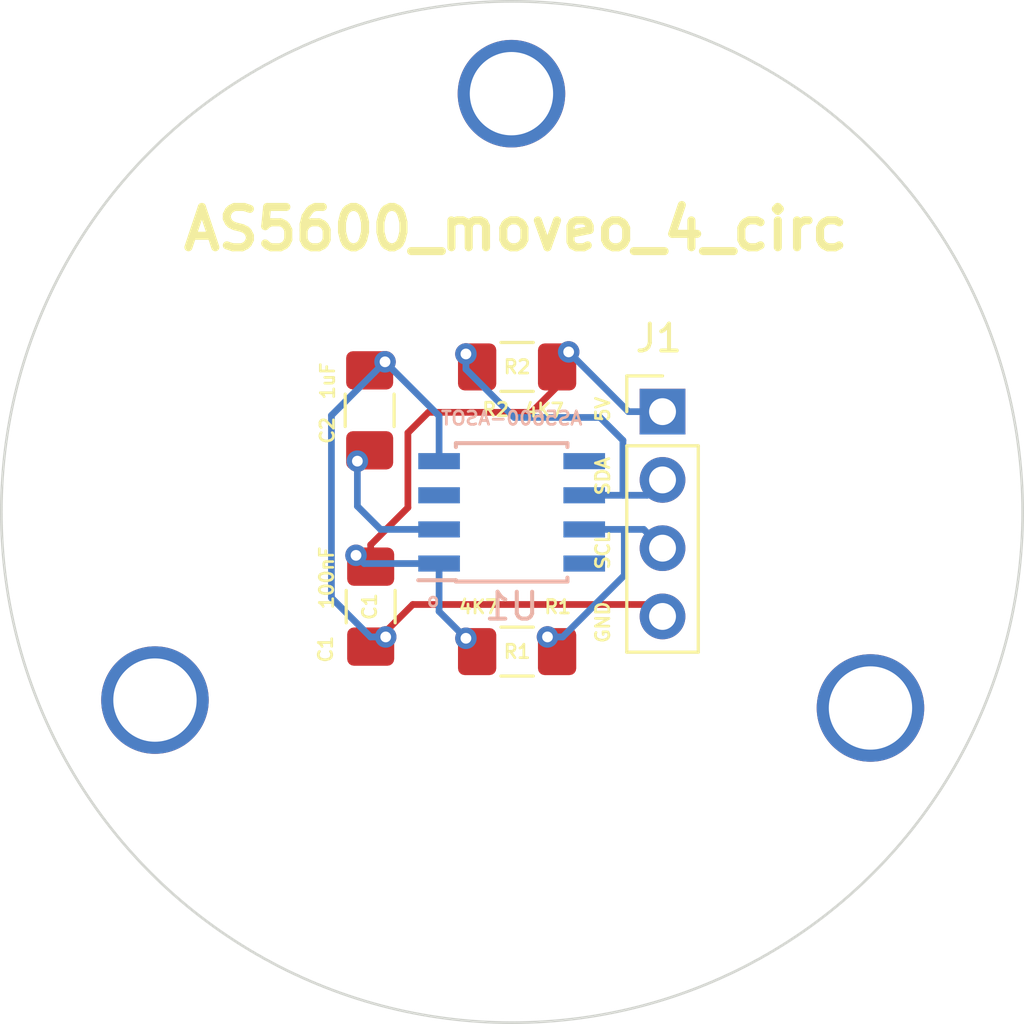
<source format=kicad_pcb>
(kicad_pcb (version 20171130) (host pcbnew 5.0.2-bee76a0~70~ubuntu18.04.1)

  (general
    (thickness 1.6)
    (drawings 7)
    (tracks 51)
    (zones 0)
    (modules 6)
    (nets 6)
  )

  (page A4)
  (layers
    (0 F.Cu signal)
    (31 B.Cu signal)
    (32 B.Adhes user)
    (33 F.Adhes user)
    (34 B.Paste user)
    (35 F.Paste user)
    (36 B.SilkS user)
    (37 F.SilkS user)
    (38 B.Mask user)
    (39 F.Mask user)
    (40 Dwgs.User user)
    (41 Cmts.User user)
    (42 Eco1.User user)
    (43 Eco2.User user)
    (44 Edge.Cuts user)
    (45 Margin user)
    (46 B.CrtYd user)
    (47 F.CrtYd user)
    (48 B.Fab user)
    (49 F.Fab user)
  )

  (setup
    (last_trace_width 0.25)
    (trace_clearance 0.2)
    (zone_clearance 0.508)
    (zone_45_only no)
    (trace_min 0.2)
    (segment_width 0.1)
    (edge_width 0.1)
    (via_size 0.8)
    (via_drill 0.4)
    (via_min_size 0.4)
    (via_min_drill 0.3)
    (uvia_size 0.3)
    (uvia_drill 0.1)
    (uvias_allowed no)
    (uvia_min_size 0.2)
    (uvia_min_drill 0.1)
    (pcb_text_width 0.3)
    (pcb_text_size 1.5 1.5)
    (mod_edge_width 0.15)
    (mod_text_size 1 1)
    (mod_text_width 0.15)
    (pad_size 1.7 1.7)
    (pad_drill 1)
    (pad_to_mask_clearance 0)
    (solder_mask_min_width 0.25)
    (aux_axis_origin 0 0)
    (visible_elements FFFFFF7F)
    (pcbplotparams
      (layerselection 0x010fc_ffffffff)
      (usegerberextensions false)
      (usegerberattributes false)
      (usegerberadvancedattributes false)
      (creategerberjobfile false)
      (excludeedgelayer true)
      (linewidth 0.100000)
      (plotframeref false)
      (viasonmask false)
      (mode 1)
      (useauxorigin false)
      (hpglpennumber 1)
      (hpglpenspeed 20)
      (hpglpendiameter 15.000000)
      (psnegative false)
      (psa4output false)
      (plotreference true)
      (plotvalue true)
      (plotinvisibletext false)
      (padsonsilk false)
      (subtractmaskfromsilk false)
      (outputformat 1)
      (mirror false)
      (drillshape 0)
      (scaleselection 1)
      (outputdirectory "Plot/"))
  )

  (net 0 "")
  (net 1 5V)
  (net 2 GND)
  (net 3 +3V3)
  (net 4 SDA)
  (net 5 SCL)

  (net_class Default "Esta es la clase de red por defecto."
    (clearance 0.2)
    (trace_width 0.25)
    (via_dia 0.8)
    (via_drill 0.4)
    (uvia_dia 0.3)
    (uvia_drill 0.1)
    (add_net +3V3)
    (add_net 5V)
    (add_net GND)
    (add_net SCL)
    (add_net SDA)
  )

  (module Capacitor_SMD:C_1206_3216Metric_Pad1.42x1.75mm_HandSolder (layer F.Cu) (tedit 5BFC7A3E) (tstamp 5BFC7587)
    (at 142.4178 88.1411 270)
    (descr "Capacitor SMD 1206 (3216 Metric), square (rectangular) end terminal, IPC_7351 nominal with elongated pad for handsoldering. (Body size source: http://www.tortai-tech.com/upload/download/2011102023233369053.pdf), generated with kicad-footprint-generator")
    (tags "capacitor handsolder")
    (path /5BFADBF0)
    (attr smd)
    (fp_text reference C1 (at -0.0031 0.0381 270) (layer F.SilkS)
      (effects (font (size 0.5 0.5) (thickness 0.1)))
    )
    (fp_text value 100nF (at -1.0699 1.6383 270) (layer F.SilkS)
      (effects (font (size 0.5 0.5) (thickness 0.1)))
    )
    (fp_text user %R (at 1.5844 1.6764 270) (layer F.SilkS)
      (effects (font (size 0.5 0.5) (thickness 0.1)))
    )
    (fp_line (start 2.45 1.12) (end -2.45 1.12) (layer F.CrtYd) (width 0.05))
    (fp_line (start 2.45 -1.12) (end 2.45 1.12) (layer F.CrtYd) (width 0.05))
    (fp_line (start -2.45 -1.12) (end 2.45 -1.12) (layer F.CrtYd) (width 0.05))
    (fp_line (start -2.45 1.12) (end -2.45 -1.12) (layer F.CrtYd) (width 0.05))
    (fp_line (start -0.602064 0.91) (end 0.602064 0.91) (layer F.SilkS) (width 0.12))
    (fp_line (start -0.602064 -0.91) (end 0.602064 -0.91) (layer F.SilkS) (width 0.12))
    (fp_line (start 1.6 0.8) (end -1.6 0.8) (layer F.Fab) (width 0.1))
    (fp_line (start 1.6 -0.8) (end 1.6 0.8) (layer F.Fab) (width 0.1))
    (fp_line (start -1.6 -0.8) (end 1.6 -0.8) (layer F.Fab) (width 0.1))
    (fp_line (start -1.6 0.8) (end -1.6 -0.8) (layer F.Fab) (width 0.1))
    (pad 2 smd roundrect (at 1.4875 0 270) (size 1.425 1.75) (layers F.Cu F.Paste F.Mask) (roundrect_rratio 0.175439)
      (net 2 GND))
    (pad 1 smd roundrect (at -1.4875 0 270) (size 1.425 1.75) (layers F.Cu F.Paste F.Mask) (roundrect_rratio 0.175439)
      (net 1 5V))
    (model ${KISYS3DMOD}/Capacitor_SMD.3dshapes/C_1206_3216Metric.wrl
      (at (xyz 0 0 0))
      (scale (xyz 1 1 1))
      (rotate (xyz 0 0 0))
    )
  )

  (module Capacitor_SMD:C_1206_3216Metric_Pad1.42x1.75mm_HandSolder (layer F.Cu) (tedit 5BFC7A28) (tstamp 5BFC7598)
    (at 142.3797 80.8371 90)
    (descr "Capacitor SMD 1206 (3216 Metric), square (rectangular) end terminal, IPC_7351 nominal with elongated pad for handsoldering. (Body size source: http://www.tortai-tech.com/upload/download/2011102023233369053.pdf), generated with kicad-footprint-generator")
    (tags "capacitor handsolder")
    (path /5BFADC60)
    (attr smd)
    (fp_text reference C2 (at -0.747 -1.5748 90) (layer F.SilkS)
      (effects (font (size 0.5 0.5) (thickness 0.1)))
    )
    (fp_text value 1uF (at 1.0945 -1.5621 90) (layer F.SilkS)
      (effects (font (size 0.5 0.5) (thickness 0.1)))
    )
    (fp_text user %R (at 0 0 90) (layer F.Fab)
      (effects (font (size 0.8 0.8) (thickness 0.12)))
    )
    (fp_line (start 2.45 1.12) (end -2.45 1.12) (layer F.CrtYd) (width 0.05))
    (fp_line (start 2.45 -1.12) (end 2.45 1.12) (layer F.CrtYd) (width 0.05))
    (fp_line (start -2.45 -1.12) (end 2.45 -1.12) (layer F.CrtYd) (width 0.05))
    (fp_line (start -2.45 1.12) (end -2.45 -1.12) (layer F.CrtYd) (width 0.05))
    (fp_line (start -0.602064 0.91) (end 0.602064 0.91) (layer F.SilkS) (width 0.12))
    (fp_line (start -0.602064 -0.91) (end 0.602064 -0.91) (layer F.SilkS) (width 0.12))
    (fp_line (start 1.6 0.8) (end -1.6 0.8) (layer F.Fab) (width 0.1))
    (fp_line (start 1.6 -0.8) (end 1.6 0.8) (layer F.Fab) (width 0.1))
    (fp_line (start -1.6 -0.8) (end 1.6 -0.8) (layer F.Fab) (width 0.1))
    (fp_line (start -1.6 0.8) (end -1.6 -0.8) (layer F.Fab) (width 0.1))
    (pad 2 smd roundrect (at 1.4875 0 90) (size 1.425 1.75) (layers F.Cu F.Paste F.Mask) (roundrect_rratio 0.175439)
      (net 2 GND))
    (pad 1 smd roundrect (at -1.4875 0 90) (size 1.425 1.75) (layers F.Cu F.Paste F.Mask) (roundrect_rratio 0.175439)
      (net 3 +3V3))
    (model ${KISYS3DMOD}/Capacitor_SMD.3dshapes/C_1206_3216Metric.wrl
      (at (xyz 0 0 0))
      (scale (xyz 1 1 1))
      (rotate (xyz 0 0 0))
    )
  )

  (module Connector_PinHeader_2.54mm:PinHeader_1x04_P2.54mm_Vertical (layer F.Cu) (tedit 5BFC758B) (tstamp 5BFC75B0)
    (at 153.2763 80.8863)
    (descr "Through hole straight pin header, 1x04, 2.54mm pitch, single row")
    (tags "Through hole pin header THT 1x04 2.54mm single row")
    (path /5BFB7E9C)
    (fp_text reference J1 (at -0.1397 -2.7305) (layer F.SilkS)
      (effects (font (size 1 1) (thickness 0.15)))
    )
    (fp_text value Conn_01x04_Male (at 1.0414 3.9243 90) (layer F.Fab)
      (effects (font (size 1 1) (thickness 0.15)))
    )
    (fp_line (start -0.635 -1.27) (end 1.27 -1.27) (layer F.Fab) (width 0.1))
    (fp_line (start 1.27 -1.27) (end 1.27 8.89) (layer F.Fab) (width 0.1))
    (fp_line (start 1.27 8.89) (end -1.27 8.89) (layer F.Fab) (width 0.1))
    (fp_line (start -1.27 8.89) (end -1.27 -0.635) (layer F.Fab) (width 0.1))
    (fp_line (start -1.27 -0.635) (end -0.635 -1.27) (layer F.Fab) (width 0.1))
    (fp_line (start -1.33 8.95) (end 1.33 8.95) (layer F.SilkS) (width 0.12))
    (fp_line (start -1.33 1.27) (end -1.33 8.95) (layer F.SilkS) (width 0.12))
    (fp_line (start 1.33 1.27) (end 1.33 8.95) (layer F.SilkS) (width 0.12))
    (fp_line (start -1.33 1.27) (end 1.33 1.27) (layer F.SilkS) (width 0.12))
    (fp_line (start -1.33 0) (end -1.33 -1.33) (layer F.SilkS) (width 0.12))
    (fp_line (start -1.33 -1.33) (end 0 -1.33) (layer F.SilkS) (width 0.12))
    (fp_line (start -1.8 -1.8) (end -1.8 9.4) (layer F.CrtYd) (width 0.05))
    (fp_line (start -1.8 9.4) (end 1.8 9.4) (layer F.CrtYd) (width 0.05))
    (fp_line (start 1.8 9.4) (end 1.8 -1.8) (layer F.CrtYd) (width 0.05))
    (fp_line (start 1.8 -1.8) (end -1.8 -1.8) (layer F.CrtYd) (width 0.05))
    (fp_text user %R (at -1.9685 3.81 90) (layer F.Fab)
      (effects (font (size 1 1) (thickness 0.15)))
    )
    (pad 1 thru_hole rect (at 0 0) (size 1.7 1.7) (drill 1) (layers *.Cu *.Mask)
      (net 1 5V))
    (pad 2 thru_hole oval (at 0 2.54) (size 1.7 1.7) (drill 1) (layers *.Cu *.Mask)
      (net 4 SDA))
    (pad 3 thru_hole oval (at 0 5.08) (size 1.7 1.7) (drill 1) (layers *.Cu *.Mask)
      (net 5 SCL))
    (pad 4 thru_hole oval (at 0 7.62) (size 1.7 1.7) (drill 1) (layers *.Cu *.Mask)
      (net 2 GND))
    (model ${KISYS3DMOD}/Connector_PinHeader_2.54mm.3dshapes/PinHeader_1x04_P2.54mm_Vertical.wrl
      (at (xyz 0 0 0))
      (scale (xyz 1 1 1))
      (rotate (xyz 0 0 0))
    )
  )

  (module Resistor_SMD:R_1206_3216Metric_Pad1.42x1.75mm_HandSolder (layer F.Cu) (tedit 5BFC7A52) (tstamp 5BFC75C1)
    (at 147.8661 89.8144)
    (descr "Resistor SMD 1206 (3216 Metric), square (rectangular) end terminal, IPC_7351 nominal with elongated pad for handsoldering. (Body size source: http://www.tortai-tech.com/upload/download/2011102023233369053.pdf), generated with kicad-footprint-generator")
    (tags "resistor handsolder")
    (path /5BFB0196)
    (attr smd)
    (fp_text reference R1 (at 1.5113 -1.6637) (layer F.SilkS)
      (effects (font (size 0.5 0.5) (thickness 0.1)))
    )
    (fp_text value 4K7 (at -1.4351 -1.6637) (layer F.SilkS)
      (effects (font (size 0.5 0.5) (thickness 0.1)))
    )
    (fp_text user %R (at 0 0) (layer F.SilkS)
      (effects (font (size 0.5 0.5) (thickness 0.1)))
    )
    (fp_line (start 2.45 1.12) (end -2.45 1.12) (layer F.CrtYd) (width 0.05))
    (fp_line (start 2.45 -1.12) (end 2.45 1.12) (layer F.CrtYd) (width 0.05))
    (fp_line (start -2.45 -1.12) (end 2.45 -1.12) (layer F.CrtYd) (width 0.05))
    (fp_line (start -2.45 1.12) (end -2.45 -1.12) (layer F.CrtYd) (width 0.05))
    (fp_line (start -0.602064 0.91) (end 0.602064 0.91) (layer F.SilkS) (width 0.12))
    (fp_line (start -0.602064 -0.91) (end 0.602064 -0.91) (layer F.SilkS) (width 0.12))
    (fp_line (start 1.6 0.8) (end -1.6 0.8) (layer F.Fab) (width 0.1))
    (fp_line (start 1.6 -0.8) (end 1.6 0.8) (layer F.Fab) (width 0.1))
    (fp_line (start -1.6 -0.8) (end 1.6 -0.8) (layer F.Fab) (width 0.1))
    (fp_line (start -1.6 0.8) (end -1.6 -0.8) (layer F.Fab) (width 0.1))
    (pad 2 smd roundrect (at 1.4875 0) (size 1.425 1.75) (layers F.Cu F.Paste F.Mask) (roundrect_rratio 0.175439)
      (net 5 SCL))
    (pad 1 smd roundrect (at -1.4875 0) (size 1.425 1.75) (layers F.Cu F.Paste F.Mask) (roundrect_rratio 0.175439)
      (net 1 5V))
    (model ${KISYS3DMOD}/Resistor_SMD.3dshapes/R_1206_3216Metric.wrl
      (at (xyz 0 0 0))
      (scale (xyz 1 1 1))
      (rotate (xyz 0 0 0))
    )
  )

  (module Resistor_SMD:R_1206_3216Metric_Pad1.42x1.75mm_HandSolder (layer F.Cu) (tedit 5BFC7A08) (tstamp 5BFC75D2)
    (at 147.8661 79.2226 180)
    (descr "Resistor SMD 1206 (3216 Metric), square (rectangular) end terminal, IPC_7351 nominal with elongated pad for handsoldering. (Body size source: http://www.tortai-tech.com/upload/download/2011102023233369053.pdf), generated with kicad-footprint-generator")
    (tags "resistor handsolder")
    (path /5BFB01F0)
    (attr smd)
    (fp_text reference R2 (at 0.7978 -1.5875 180) (layer F.SilkS)
      (effects (font (size 0.5 0.5) (thickness 0.1)))
    )
    (fp_text value 4K7 (at -1.0056 -1.6129 180) (layer F.SilkS)
      (effects (font (size 0.5 0.5) (thickness 0.1)))
    )
    (fp_text user %R (at 0 0 180) (layer F.SilkS)
      (effects (font (size 0.5 0.5) (thickness 0.1)))
    )
    (fp_line (start 2.45 1.12) (end -2.45 1.12) (layer F.CrtYd) (width 0.05))
    (fp_line (start 2.45 -1.12) (end 2.45 1.12) (layer F.CrtYd) (width 0.05))
    (fp_line (start -2.45 -1.12) (end 2.45 -1.12) (layer F.CrtYd) (width 0.05))
    (fp_line (start -2.45 1.12) (end -2.45 -1.12) (layer F.CrtYd) (width 0.05))
    (fp_line (start -0.602064 0.91) (end 0.602064 0.91) (layer F.SilkS) (width 0.12))
    (fp_line (start -0.602064 -0.91) (end 0.602064 -0.91) (layer F.SilkS) (width 0.12))
    (fp_line (start 1.6 0.8) (end -1.6 0.8) (layer F.Fab) (width 0.1))
    (fp_line (start 1.6 -0.8) (end 1.6 0.8) (layer F.Fab) (width 0.1))
    (fp_line (start -1.6 -0.8) (end 1.6 -0.8) (layer F.Fab) (width 0.1))
    (fp_line (start -1.6 0.8) (end -1.6 -0.8) (layer F.Fab) (width 0.1))
    (pad 2 smd roundrect (at 1.4875 0 180) (size 1.425 1.75) (layers F.Cu F.Paste F.Mask) (roundrect_rratio 0.175439)
      (net 4 SDA))
    (pad 1 smd roundrect (at -1.4875 0 180) (size 1.425 1.75) (layers F.Cu F.Paste F.Mask) (roundrect_rratio 0.175439)
      (net 1 5V))
    (model ${KISYS3DMOD}/Resistor_SMD.3dshapes/R_1206_3216Metric.wrl
      (at (xyz 0 0 0))
      (scale (xyz 1 1 1))
      (rotate (xyz 0 0 0))
    )
  )

  (module Package_SO:SOIC-8_3.9x4.9mm_P1.27mm (layer B.Cu) (tedit 5BFC7715) (tstamp 5BFC75EF)
    (at 147.6629 84.6328)
    (descr "8-Lead Plastic Small Outline (SN) - Narrow, 3.90 mm Body [SOIC] (see Microchip Packaging Specification 00000049BS.pdf)")
    (tags "SOIC 1.27")
    (path /5BFC77B5)
    (attr smd)
    (fp_text reference U1 (at 0 3.5) (layer B.SilkS)
      (effects (font (size 1 1) (thickness 0.15)) (justify mirror))
    )
    (fp_text value AS5600-ASOT (at 0 -3.5) (layer B.SilkS)
      (effects (font (size 0.5 0.5) (thickness 0.1)) (justify mirror))
    )
    (fp_text user %R (at 0 0) (layer B.Fab)
      (effects (font (size 1 1) (thickness 0.15)) (justify mirror))
    )
    (fp_line (start -0.95 2.45) (end 1.95 2.45) (layer B.Fab) (width 0.1))
    (fp_line (start 1.95 2.45) (end 1.95 -2.45) (layer B.Fab) (width 0.1))
    (fp_line (start 1.95 -2.45) (end -1.95 -2.45) (layer B.Fab) (width 0.1))
    (fp_line (start -1.95 -2.45) (end -1.95 1.45) (layer B.Fab) (width 0.1))
    (fp_line (start -1.95 1.45) (end -0.95 2.45) (layer B.Fab) (width 0.1))
    (fp_line (start -3.73 2.7) (end -3.73 -2.7) (layer B.CrtYd) (width 0.05))
    (fp_line (start 3.73 2.7) (end 3.73 -2.7) (layer B.CrtYd) (width 0.05))
    (fp_line (start -3.73 2.7) (end 3.73 2.7) (layer B.CrtYd) (width 0.05))
    (fp_line (start -3.73 -2.7) (end 3.73 -2.7) (layer B.CrtYd) (width 0.05))
    (fp_line (start -2.075 2.575) (end -2.075 2.525) (layer B.SilkS) (width 0.15))
    (fp_line (start 2.075 2.575) (end 2.075 2.43) (layer B.SilkS) (width 0.15))
    (fp_line (start 2.075 -2.575) (end 2.075 -2.43) (layer B.SilkS) (width 0.15))
    (fp_line (start -2.075 -2.575) (end -2.075 -2.43) (layer B.SilkS) (width 0.15))
    (fp_line (start -2.075 2.575) (end 2.075 2.575) (layer B.SilkS) (width 0.15))
    (fp_line (start -2.075 -2.575) (end 2.075 -2.575) (layer B.SilkS) (width 0.15))
    (fp_line (start -2.075 2.525) (end -3.475 2.525) (layer B.SilkS) (width 0.15))
    (pad 1 smd rect (at -2.7 1.905) (size 1.55 0.6) (layers B.Cu B.Paste B.Mask)
      (net 1 5V))
    (pad 2 smd rect (at -2.7 0.635) (size 1.55 0.6) (layers B.Cu B.Paste B.Mask)
      (net 3 +3V3))
    (pad 3 smd rect (at -2.7 -0.635) (size 1.55 0.6) (layers B.Cu B.Paste B.Mask))
    (pad 4 smd rect (at -2.7 -1.905) (size 1.55 0.6) (layers B.Cu B.Paste B.Mask)
      (net 2 GND))
    (pad 5 smd rect (at 2.7 -1.905) (size 1.55 0.6) (layers B.Cu B.Paste B.Mask))
    (pad 6 smd rect (at 2.7 -0.635) (size 1.55 0.6) (layers B.Cu B.Paste B.Mask)
      (net 4 SDA))
    (pad 7 smd rect (at 2.7 0.635) (size 1.55 0.6) (layers B.Cu B.Paste B.Mask)
      (net 5 SCL))
    (pad 8 smd rect (at 2.7 1.905) (size 1.55 0.6) (layers B.Cu B.Paste B.Mask))
    (model ${KISYS3DMOD}/Package_SO.3dshapes/SOIC-8_3.9x4.9mm_P1.27mm.wrl
      (at (xyz 0 0 0))
      (scale (xyz 1 1 1))
      (rotate (xyz 0 0 0))
    )
  )

  (gr_text AS5600_moveo_4_circ (at 147.8153 74.0918) (layer F.SilkS)
    (effects (font (size 1.5 1.5) (thickness 0.3)))
  )
  (gr_circle (center 147.6756 84.6201) (end 166.6756 84.6201) (layer Edge.Cuts) (width 0.1))
  (gr_text o (at 144.7419 87.8967) (layer B.SilkS)
    (effects (font (size 0.5 0.5) (thickness 0.1)))
  )
  (gr_text SDA (at 151.0538 83.2866 90) (layer F.SilkS) (tstamp 5BFC78B3)
    (effects (font (size 0.5 0.5) (thickness 0.1)))
  )
  (gr_text SCL (at 151.0538 86.0552 90) (layer F.SilkS) (tstamp 5BFC78B3)
    (effects (font (size 0.5 0.5) (thickness 0.1)))
  )
  (gr_text GND (at 151.0538 88.7222 90) (layer F.SilkS) (tstamp 5BFC78B3)
    (effects (font (size 0.5 0.5) (thickness 0.1)))
  )
  (gr_text 5V (at 151.0538 80.7974 90) (layer F.SilkS)
    (effects (font (size 0.5 0.5) (thickness 0.1)))
  )

  (via (at 134.3914 91.6178) (size 4) (drill 3.1) (layers F.Cu B.Cu) (net 0))
  (via (at 147.65528 69.054974) (size 4) (drill 3.1) (layers F.Cu B.Cu) (net 0))
  (via (at 161.01314 91.91244) (size 4) (drill 3.1) (layers F.Cu B.Cu) (net 0))
  (via (at 145.9611 89.3191) (size 0.8) (drill 0.4) (layers F.Cu B.Cu) (net 1))
  (via (at 149.7838 78.6638) (size 0.8) (drill 0.4) (layers F.Cu B.Cu) (net 1))
  (via (at 141.8717 86.233) (size 0.8) (drill 0.4) (layers F.Cu B.Cu) (net 1))
  (segment (start 142.1765 86.5378) (end 141.8717 86.233) (width 0.25) (layer B.Cu) (net 1))
  (segment (start 144.9629 86.5378) (end 142.1765 86.5378) (width 0.25) (layer B.Cu) (net 1))
  (segment (start 144.9629 88.3209) (end 145.9611 89.3191) (width 0.25) (layer B.Cu) (net 1))
  (segment (start 144.9629 86.5378) (end 144.9629 88.3209) (width 0.25) (layer B.Cu) (net 1))
  (segment (start 152.0063 80.8863) (end 153.2763 80.8863) (width 0.25) (layer B.Cu) (net 1))
  (segment (start 149.7838 78.6638) (end 152.0063 80.8863) (width 0.25) (layer B.Cu) (net 1))
  (segment (start 149.7838 79.5274) (end 149.7838 78.6638) (width 0.25) (layer F.Cu) (net 1))
  (segment (start 142.4178 85.8411) (end 143.8021 84.4568) (width 0.25) (layer F.Cu) (net 1))
  (segment (start 142.4178 86.6536) (end 142.4178 85.8411) (width 0.25) (layer F.Cu) (net 1))
  (segment (start 143.8021 84.4568) (end 143.8021 81.6737) (width 0.25) (layer F.Cu) (net 1))
  (segment (start 144.5641 80.9117) (end 148.3995 80.9117) (width 0.25) (layer F.Cu) (net 1))
  (segment (start 143.8021 81.6737) (end 144.5641 80.9117) (width 0.25) (layer F.Cu) (net 1))
  (segment (start 148.3995 80.9117) (end 149.7838 79.5274) (width 0.25) (layer F.Cu) (net 1))
  (via (at 142.9766 89.2683) (size 0.8) (drill 0.4) (layers F.Cu B.Cu) (net 2))
  (via (at 142.9512 79.0321) (size 0.8) (drill 0.4) (layers F.Cu B.Cu) (net 2))
  (segment (start 144.9629 81.0438) (end 142.9512 79.0321) (width 0.25) (layer B.Cu) (net 2))
  (segment (start 144.9629 82.7278) (end 144.9629 81.0438) (width 0.25) (layer B.Cu) (net 2))
  (segment (start 152.8318 88.0618) (end 153.2763 88.5063) (width 0.25) (layer F.Cu) (net 2))
  (segment (start 142.4178 89.6286) (end 143.9846 88.0618) (width 0.25) (layer F.Cu) (net 2))
  (segment (start 143.9846 88.0618) (end 152.8318 88.0618) (width 0.25) (layer F.Cu) (net 2))
  (segment (start 142.551201 79.432099) (end 142.9512 79.0321) (width 0.25) (layer B.Cu) (net 2))
  (segment (start 140.9573 81.026) (end 142.551201 79.432099) (width 0.25) (layer B.Cu) (net 2))
  (segment (start 140.9573 87.814685) (end 140.9573 81.026) (width 0.25) (layer B.Cu) (net 2))
  (segment (start 142.9766 89.2683) (end 142.410915 89.2683) (width 0.25) (layer B.Cu) (net 2))
  (segment (start 142.410915 89.2683) (end 140.9573 87.814685) (width 0.25) (layer B.Cu) (net 2))
  (via (at 141.9225 82.7278) (size 0.8) (drill 0.4) (layers F.Cu B.Cu) (net 3))
  (segment (start 142.7861 85.2678) (end 144.9629 85.2678) (width 0.25) (layer B.Cu) (net 3))
  (segment (start 141.9225 82.7278) (end 141.9225 84.4042) (width 0.25) (layer B.Cu) (net 3))
  (segment (start 141.9225 84.4042) (end 142.7861 85.2678) (width 0.25) (layer B.Cu) (net 3))
  (via (at 145.9611 78.74) (size 0.8) (drill 0.4) (layers F.Cu B.Cu) (net 4))
  (segment (start 152.7048 83.9978) (end 153.2763 83.4263) (width 0.25) (layer B.Cu) (net 4))
  (segment (start 145.9611 79.305685) (end 147.757615 81.1022) (width 0.25) (layer B.Cu) (net 4))
  (segment (start 145.9611 78.74) (end 145.9611 79.305685) (width 0.25) (layer B.Cu) (net 4))
  (segment (start 151.8031 81.9531) (end 151.8031 83.9978) (width 0.25) (layer B.Cu) (net 4))
  (segment (start 150.9522 81.1022) (end 151.8031 81.9531) (width 0.25) (layer B.Cu) (net 4))
  (segment (start 147.757615 81.1022) (end 150.9522 81.1022) (width 0.25) (layer B.Cu) (net 4))
  (segment (start 150.3629 83.9978) (end 151.8031 83.9978) (width 0.25) (layer B.Cu) (net 4))
  (segment (start 151.8031 83.9978) (end 152.7048 83.9978) (width 0.25) (layer B.Cu) (net 4))
  (via (at 148.9964 89.2683) (size 0.8) (drill 0.4) (layers F.Cu B.Cu) (net 5))
  (segment (start 152.5778 85.2678) (end 153.2763 85.9663) (width 0.25) (layer B.Cu) (net 5))
  (segment (start 151.8539 86.976485) (end 151.8539 85.2678) (width 0.25) (layer B.Cu) (net 5))
  (segment (start 149.562085 89.2683) (end 151.8539 86.976485) (width 0.25) (layer B.Cu) (net 5))
  (segment (start 150.3629 85.2678) (end 151.8539 85.2678) (width 0.25) (layer B.Cu) (net 5))
  (segment (start 148.9964 89.2683) (end 149.562085 89.2683) (width 0.25) (layer B.Cu) (net 5))
  (segment (start 151.8539 85.2678) (end 152.5778 85.2678) (width 0.25) (layer B.Cu) (net 5))

)

</source>
